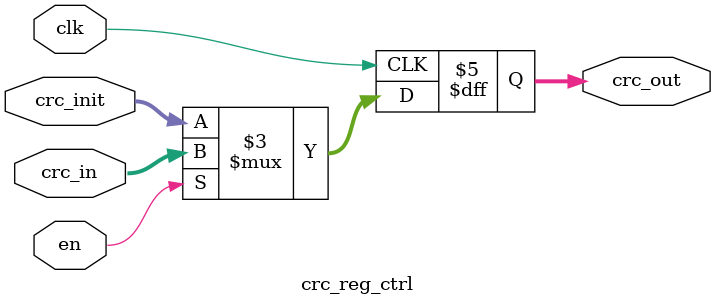
<source format=sv>

module crc_converter #(
    parameter DW = 8
)(
    input  wire            clk,
    input  wire            en,
    input  wire [DW-1:0]   data,
    output wire [DW-1:0]   crc_out
);

    // Internal CRC register
    reg [DW-1:0] crc_reg;

    // Internal wires for submodule connections
    wire [DW-1:0] crc_next;
    wire [DW-1:0] crc_xor;

    // Submodule: CRC Next State Generator
    crc_next_state #(.DW(DW)) u_crc_next_state (
        .crc_in  (crc_reg),
        .next_crc(crc_next)
    );

    // Submodule: CRC Data XOR
    crc_xor_data #(.DW(DW)) u_crc_xor_data (
        .crc_in   (crc_next),
        .data_in  (data),
        .crc_out  (crc_xor)
    );

    // Submodule: CRC Register Control
    crc_reg_ctrl #(.DW(DW)) u_crc_reg_ctrl (
        .clk      (clk),
        .en       (en),
        .crc_in   (crc_xor),
        .crc_init ({DW{1'b1}}),
        .crc_out  (crc_reg)
    );

    // Output assignment
    assign crc_out = crc_reg;

endmodule

// --------------------------------------------------------------------------
// Submodule: CRC Next State Generator
// Calculates the next CRC state based on current CRC value and polynomial
// Polynomial: x^8 + x^2 + x + 1 (0x07)
// --------------------------------------------------------------------------
module crc_next_state #(
    parameter DW = 8
)(
    input  wire [DW-1:0] crc_in,
    output wire [DW-1:0] next_crc
);
    assign next_crc = {crc_in[DW-2:0], 1'b0} ^ (crc_in[DW-1] ? 8'h07 : {DW{1'b0}});
endmodule

// --------------------------------------------------------------------------
// Submodule: CRC Data XOR
// Performs XOR of next CRC value with input data
// --------------------------------------------------------------------------
module crc_xor_data #(
    parameter DW = 8
)(
    input  wire [DW-1:0] crc_in,
    input  wire [DW-1:0] data_in,
    output wire [DW-1:0] crc_out
);
    assign crc_out = crc_in ^ data_in;
endmodule

// --------------------------------------------------------------------------
// Submodule: CRC Register Control
// Handles CRC register update and initialization
// --------------------------------------------------------------------------
module crc_reg_ctrl #(
    parameter DW = 8
)(
    input  wire            clk,
    input  wire            en,
    input  wire [DW-1:0]   crc_in,
    input  wire [DW-1:0]   crc_init,
    output reg  [DW-1:0]   crc_out
);
    // On enable, update CRC; otherwise, reset to initial value
    always @(posedge clk) begin
        if (en)
            crc_out <= crc_in;
        else
            crc_out <= crc_init;
    end
endmodule
</source>
